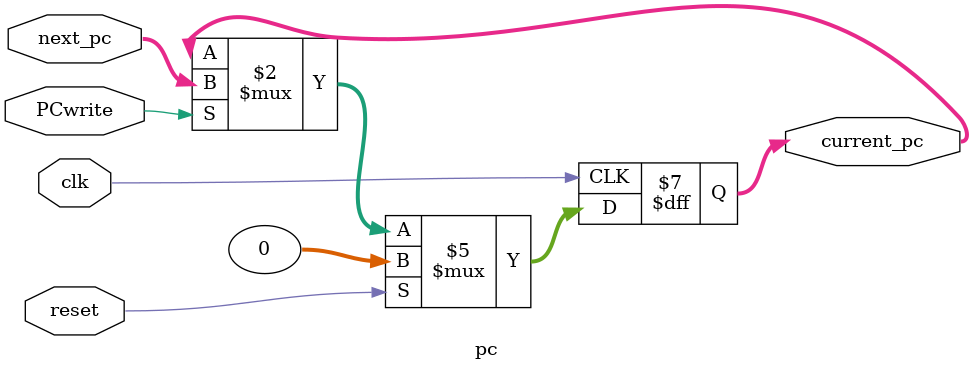
<source format=v>
module pc (input reset,
           input clk,
           input PCwrite,
           input [31:0] next_pc,
           output reg [31:0] current_pc);

always @(posedge clk) begin
    if (reset) begin
        current_pc <= 32'b0;
    end
    else begin
        if (PCwrite) begin
            current_pc <= next_pc;
        end
    end
end
endmodule

</source>
